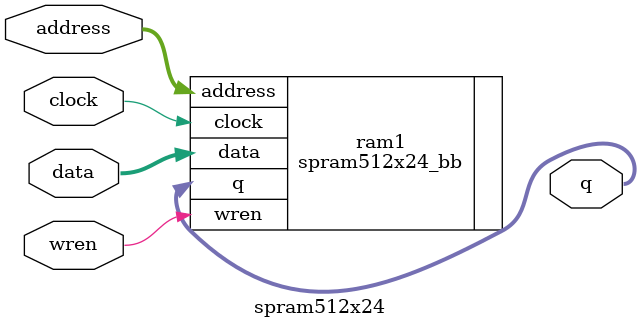
<source format=v>
module spram512x24 (
	address,
	clock,
	data,
	wren,
	q);

	input [8:0] address;
	input  clock;
	input [23:0] data;
	input  wren;
	output [23:0] q;


	spram512x24_bb ram1 (
		.address(address),
		.clock(clock),
		.data(data),
		.wren(wren),
		.q(q));



endmodule

</source>
